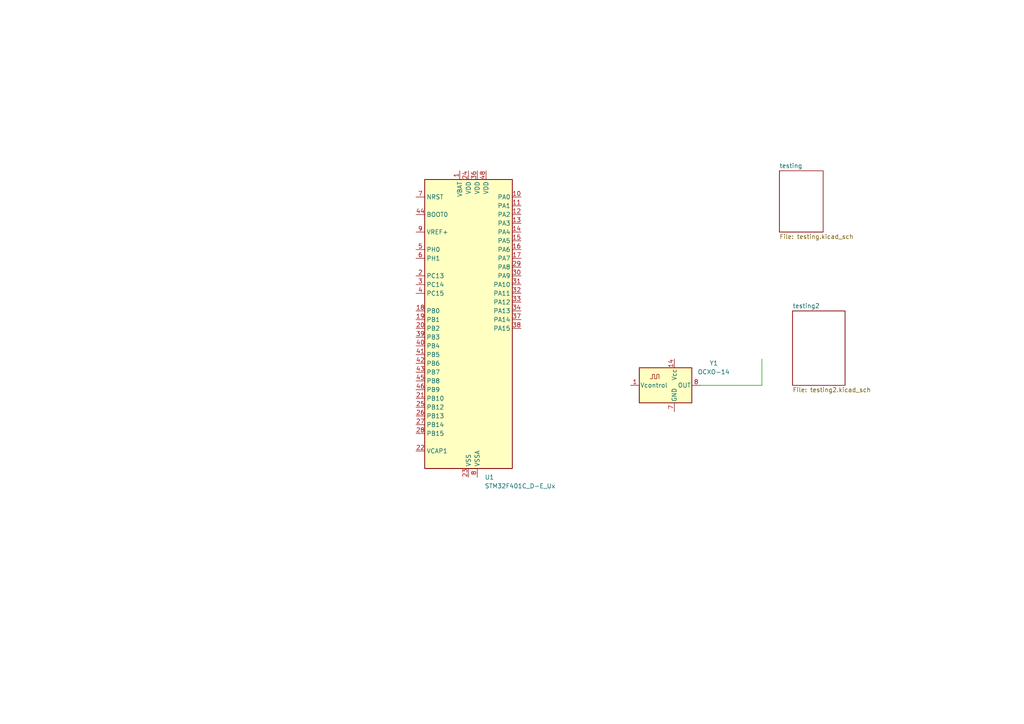
<source format=kicad_sch>
(kicad_sch (version 20250114) (generator "eeschema") (generator_version "9.0")
  (paper "A4")
  (title_block (title "Test") (date "2025-02-20") (rev "1") (company "jdpcb"))
  (lib_symbols
    (symbol "MCU_ST_STM32F4:STM32F401C_D-E_Ux"
      (property "Reference" "U" (at -12.7 44.45 0))
      (property "Value" "STM32F401C_D-E_Ux" (at 7.62 44.45 0))
      (symbol "STM32F401C_D-E_Ux_0_1"
        (rectangle (start -12.7 -40.64) (end 12.7 43.18) (stroke (width 0.254)) (fill (type background)))
      )
      (symbol "STM32F401C_D-E_Ux_1_1"
        (pin input line (at -15.24 38.1 0) (length 2.54) (name "NRST") (number "7"))
        (pin input line (at -15.24 33.02 0) (length 2.54) (name "BOOT0") (number "44"))
        (pin input line (at -15.24 27.94 0) (length 2.54) (name "VREF+") (number "9"))
        (pin bidirectional line (at -15.24 22.86 0) (length 2.54) (name "PH0") (number "5"))
        (pin bidirectional line (at -15.24 20.32 0) (length 2.54) (name "PH1") (number "6"))
        (pin bidirectional line (at -15.24 15.24 0) (length 2.54) (name "PC13") (number "2"))
        (pin bidirectional line (at -15.24 12.7 0) (length 2.54) (name "PC14") (number "3"))
        (pin bidirectional line (at -15.24 10.16 0) (length 2.54) (name "PC15") (number "4"))
        (pin bidirectional line (at -15.24 5.08 0) (length 2.54) (name "PB0") (number "18"))
        (pin bidirectional line (at -15.24 2.54 0) (length 2.54) (name "PB1") (number "19"))
        (pin bidirectional line (at -15.24 0 0) (length 2.54) (name "PB2") (number "20"))
        (pin bidirectional line (at -15.24 -2.54 0) (length 2.54) (name "PB3") (number "39"))
        (pin bidirectional line (at -15.24 -5.08 0) (length 2.54) (name "PB4") (number "40"))
        (pin bidirectional line (at -15.24 -7.62 0) (length 2.54) (name "PB5") (number "41"))
        (pin bidirectional line (at -15.24 -10.16 0) (length 2.54) (name "PB6") (number "42"))
        (pin bidirectional line (at -15.24 -12.7 0) (length 2.54) (name "PB7") (number "43"))
        (pin bidirectional line (at -15.24 -15.24 0) (length 2.54) (name "PB8") (number "45"))
        (pin bidirectional line (at -15.24 -17.78 0) (length 2.54) (name "PB9") (number "46"))
        (pin bidirectional line (at -15.24 -20.32 0) (length 2.54) (name "PB10") (number "21"))
        (pin bidirectional line (at -15.24 -22.86 0) (length 2.54) (name "PB12") (number "25"))
        (pin bidirectional line (at -15.24 -25.4 0) (length 2.54) (name "PB13") (number "26"))
        (pin bidirectional line (at -15.24 -27.94 0) (length 2.54) (name "PB14") (number "27"))
        (pin bidirectional line (at -15.24 -30.48 0) (length 2.54) (name "PB15") (number "28"))
        (pin power_out line (at -15.24 -35.56 0) (length 2.54) (name "VCAP1") (number "22"))
        (pin power_in line (at -2.54 45.72 270) (length 2.54) (name "VBAT") (number "1"))
        (pin power_in line (at 0 45.72 270) (length 2.54) (name "VDD") (number "24"))
        (pin power_in line (at 0 -43.18 90) (length 2.54) (name "VSS") (number "23"))
        (pin passive line (at 0 -43.18 90) (length 2.54) (hide yes) (name "VSS") (number "35"))
        (pin passive line (at 0 -43.18 90) (length 2.54) (hide yes) (name "VSS") (number "47"))
        (pin passive line (at 0 -43.18 90) (length 2.54) (hide yes) (name "VSS") (number "49"))
        (pin power_in line (at 2.54 45.72 270) (length 2.54) (name "VDD") (number "36"))
        (pin power_in line (at 2.54 -43.18 90) (length 2.54) (name "VSSA") (number "8"))
        (pin power_in line (at 5.08 45.72 270) (length 2.54) (name "VDD") (number "48"))
        (pin bidirectional line (at 15.24 38.1 180) (length 2.54) (name "PA0") (number "10"))
        (pin bidirectional line (at 15.24 35.56 180) (length 2.54) (name "PA1") (number "11"))
        (pin bidirectional line (at 15.24 33.02 180) (length 2.54) (name "PA2") (number "12"))
        (pin bidirectional line (at 15.24 30.48 180) (length 2.54) (name "PA3") (number "13"))
        (pin bidirectional line (at 15.24 27.94 180) (length 2.54) (name "PA4") (number "14"))
        (pin bidirectional line (at 15.24 25.4 180) (length 2.54) (name "PA5") (number "15"))
        (pin bidirectional line (at 15.24 22.86 180) (length 2.54) (name "PA6") (number "16"))
        (pin bidirectional line (at 15.24 20.32 180) (length 2.54) (name "PA7") (number "17"))
        (pin bidirectional line (at 15.24 17.78 180) (length 2.54) (name "PA8") (number "29"))
        (pin bidirectional line (at 15.24 15.24 180) (length 2.54) (name "PA9") (number "30"))
        (pin bidirectional line (at 15.24 12.7 180) (length 2.54) (name "PA10") (number "31"))
        (pin bidirectional line (at 15.24 10.16 180) (length 2.54) (name "PA11") (number "32"))
        (pin bidirectional line (at 15.24 7.62 180) (length 2.54) (name "PA12") (number "33"))
        (pin bidirectional line (at 15.24 5.08 180) (length 2.54) (name "PA13") (number "34"))
        (pin bidirectional line (at 15.24 2.54 180) (length 2.54) (name "PA14") (number "37"))
        (pin bidirectional line (at 15.24 0 180) (length 2.54) (name "PA15") (number "38"))
      )
    )
    (symbol "Oscillator:OCXO-14" (pin_names (offset 0.254))
      (property "Reference" "Y" (at -5.08 6.35 0))
      (property "Value" "OCXO-14" (at 1.27 -6.35 0))
      (symbol "OCXO-14_0_1"
        (rectangle (start -10.16 5.08) (end 5.08 -5.08) (stroke (width 0.254)) (fill (type background)))
        (polyline (pts (xy -6.985 1.905) (xy -6.35 1.905) (xy -6.35 3.175) (xy -5.715 3.175) (xy -5.715 1.905) (xy -5.08 1.905) (xy -5.08 3.175) (xy -4.445 3.175) (xy -4.445 1.905)))
      )
      (symbol "OCXO-14_1_1"
        (pin input line (at -12.7 0 0) (length 2.54) (name "Vcontrol") (number "1"))
        (pin power_in line (at 0 7.62 270) (length 2.54) (name "Vcc") (number "14"))
        (pin power_in line (at 0 -7.62 90) (length 2.54) (name "GND") (number "7"))
        (pin output line (at 7.62 0 180) (length 2.54) (name "OUT") (number "8"))
      )
    )
  )
  (wire (pts (xy 203.2 111.76) (xy 220.98 111.76)))
  (wire (pts (xy 220.98 104.14) (xy 220.98 111.76)))
  (symbol (lib_id "MCU_ST_STM32F4:STM32F401C_D-E_Ux") (at 135.89 95.25 0) (unit 1)
    (property "Reference" "U1" (at 140.5733 138.43 0) (effects (justify left)))
    (property "Value" "STM32F401C_D-E_Ux" (at 140.5733 140.97 0) (effects (justify left)))
    (property "Footprint" "Package_DFN_QFN:QFN-48-1EP_7x7mm_P0.5mm_EP5.6x5.6mm" (effects (hide yes)))
    (property "Datasheet" "https://www.st.com/resource/en/datasheet/stm32f401cd.pdf" (effects (hide yes)))
    (property "Description" "STMicroelectronics Arm Cortex-M4 MCU, 384-512KB flash, 96KB RAM, 84 MHz, 1.7-3.6V, 36 GPIO, UFQFPN48" (effects (hide yes)))
  )
  (symbol (lib_id "Oscillator:OCXO-14") (at 195.58 111.76 0) (unit 1)
    (property "Reference" "Y1" (at 207.01 105.3398 0))
    (property "Value" "OCXO-14" (at 207.01 107.8798 0))
    (property "Footprint" "Oscillator:Oscillator_DIP-14" (effects (hide yes)))
    (property "Datasheet" "http://www.petermann-technik.de/fileadmin/petermann/pdf/crystal-oscillators/OCXO-14_PETERMANN-TECHNIK.pdf" (effects (hide yes)))
    (property "Description" "Voltage-Controlled Crystal Clock Oscillator, DIP14-style metal package" (effects (hide yes)))
  )
  (sheet (at 226.06 49.53) (size 12.7 17.78) (stroke (width 0.1524))
    (property "Sheetname" "testing" (at 226.06 48.8184 0) (effects (justify left bottom)))
    (property "Sheetfile" "testing.kicad_sch" (at 226.06 67.8946 0) (effects (justify left top)))
  )
  (sheet (at 229.87 90.17) (size 15.24 21.59) (stroke (width 0.1524))
    (property "Sheetname" "testing2" (at 229.87 89.4584 0) (effects (justify left bottom)))
    (property "Sheetfile" "testing2.kicad_sch" (at 229.87 112.3446 0) (effects (justify left top)))
  )
)
</source>
